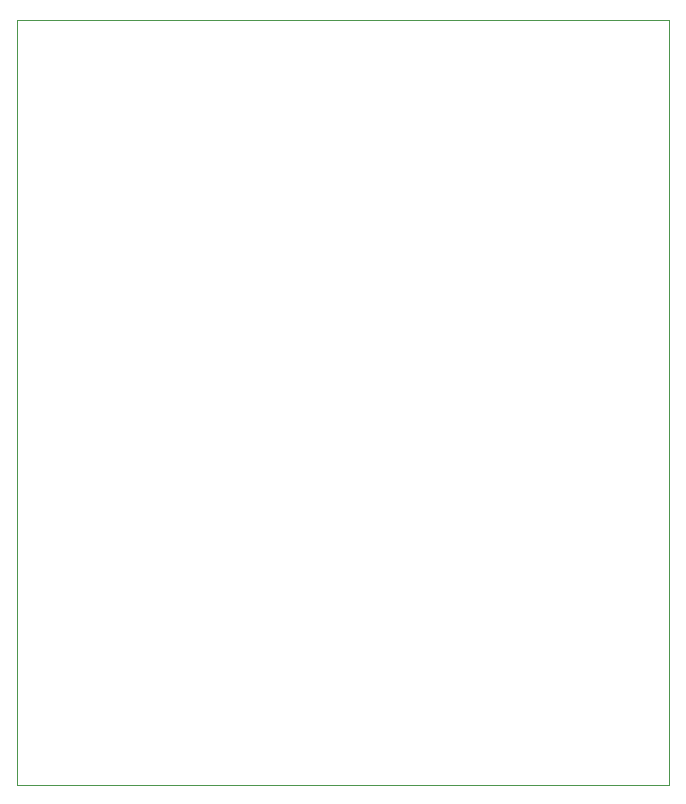
<source format=gm1>
G04 #@! TF.GenerationSoftware,KiCad,Pcbnew,(6.0.9)*
G04 #@! TF.CreationDate,2024-10-17T20:50:55+02:00*
G04 #@! TF.ProjectId,Sombrero_MSX_Goa'uld,536f6d62-7265-4726-9f5f-4d53585f476f,rev?*
G04 #@! TF.SameCoordinates,Original*
G04 #@! TF.FileFunction,Profile,NP*
%FSLAX46Y46*%
G04 Gerber Fmt 4.6, Leading zero omitted, Abs format (unit mm)*
G04 Created by KiCad (PCBNEW (6.0.9)) date 2024-10-17 20:50:55*
%MOMM*%
%LPD*%
G01*
G04 APERTURE LIST*
G04 #@! TA.AperFunction,Profile*
%ADD10C,0.050000*%
G04 #@! TD*
G04 APERTURE END LIST*
D10*
X118745000Y-71120000D02*
X173990000Y-71120000D01*
X173990000Y-71120000D02*
X173990000Y-135890000D01*
X173990000Y-135890000D02*
X118745000Y-135890000D01*
X118745000Y-135890000D02*
X118745000Y-71120000D01*
M02*

</source>
